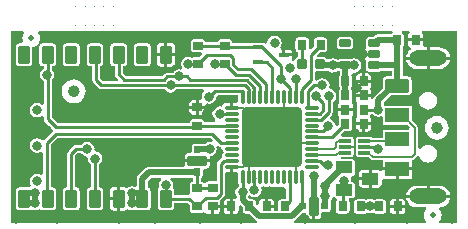
<source format=gtl>
%FSLAX24Y24*%
%MOIN*%
G70*
G01*
G75*
G04 Layer_Physical_Order=1*
G04 Layer_Color=255*
%ADD10C,0.0060*%
%ADD11C,0.0197*%
G04:AMPARAMS|DCode=12|XSize=55.1mil|YSize=39.4mil|CornerRadius=3mil|HoleSize=0mil|Usage=FLASHONLY|Rotation=0.000|XOffset=0mil|YOffset=0mil|HoleType=Round|Shape=RoundedRectangle|*
%AMROUNDEDRECTD12*
21,1,0.0551,0.0335,0,0,0.0*
21,1,0.0492,0.0394,0,0,0.0*
1,1,0.0059,0.0246,-0.0167*
1,1,0.0059,-0.0246,-0.0167*
1,1,0.0059,-0.0246,0.0167*
1,1,0.0059,0.0246,0.0167*
%
%ADD12ROUNDEDRECTD12*%
G04:AMPARAMS|DCode=13|XSize=31.5mil|YSize=23.6mil|CornerRadius=1.2mil|HoleSize=0mil|Usage=FLASHONLY|Rotation=90.000|XOffset=0mil|YOffset=0mil|HoleType=Round|Shape=RoundedRectangle|*
%AMROUNDEDRECTD13*
21,1,0.0315,0.0213,0,0,90.0*
21,1,0.0291,0.0236,0,0,90.0*
1,1,0.0024,0.0106,0.0146*
1,1,0.0024,0.0106,-0.0146*
1,1,0.0024,-0.0106,-0.0146*
1,1,0.0024,-0.0106,0.0146*
%
%ADD13ROUNDEDRECTD13*%
G04:AMPARAMS|DCode=14|XSize=19.7mil|YSize=19.7mil|CornerRadius=1mil|HoleSize=0mil|Usage=FLASHONLY|Rotation=90.000|XOffset=0mil|YOffset=0mil|HoleType=Round|Shape=RoundedRectangle|*
%AMROUNDEDRECTD14*
21,1,0.0197,0.0177,0,0,90.0*
21,1,0.0177,0.0197,0,0,90.0*
1,1,0.0020,0.0089,0.0089*
1,1,0.0020,0.0089,-0.0089*
1,1,0.0020,-0.0089,-0.0089*
1,1,0.0020,-0.0089,0.0089*
%
%ADD14ROUNDEDRECTD14*%
G04:AMPARAMS|DCode=15|XSize=19.7mil|YSize=19.7mil|CornerRadius=1mil|HoleSize=0mil|Usage=FLASHONLY|Rotation=180.000|XOffset=0mil|YOffset=0mil|HoleType=Round|Shape=RoundedRectangle|*
%AMROUNDEDRECTD15*
21,1,0.0197,0.0177,0,0,180.0*
21,1,0.0177,0.0197,0,0,180.0*
1,1,0.0020,-0.0089,0.0089*
1,1,0.0020,0.0089,0.0089*
1,1,0.0020,0.0089,-0.0089*
1,1,0.0020,-0.0089,-0.0089*
%
%ADD15ROUNDEDRECTD15*%
G04:AMPARAMS|DCode=16|XSize=15.7mil|YSize=19.7mil|CornerRadius=0mil|HoleSize=0mil|Usage=FLASHONLY|Rotation=90.000|XOffset=0mil|YOffset=0mil|HoleType=Round|Shape=Octagon|*
%AMOCTAGOND16*
4,1,8,-0.0098,-0.0039,-0.0098,0.0039,-0.0059,0.0079,0.0059,0.0079,0.0098,0.0039,0.0098,-0.0039,0.0059,-0.0079,-0.0059,-0.0079,-0.0098,-0.0039,0.0*
%
%ADD16OCTAGOND16*%

G04:AMPARAMS|DCode=17|XSize=31.5mil|YSize=23.6mil|CornerRadius=1.2mil|HoleSize=0mil|Usage=FLASHONLY|Rotation=0.000|XOffset=0mil|YOffset=0mil|HoleType=Round|Shape=RoundedRectangle|*
%AMROUNDEDRECTD17*
21,1,0.0315,0.0213,0,0,0.0*
21,1,0.0291,0.0236,0,0,0.0*
1,1,0.0024,0.0146,-0.0106*
1,1,0.0024,-0.0146,-0.0106*
1,1,0.0024,-0.0146,0.0106*
1,1,0.0024,0.0146,0.0106*
%
%ADD17ROUNDEDRECTD17*%
G04:AMPARAMS|DCode=18|XSize=15.7mil|YSize=19.7mil|CornerRadius=0mil|HoleSize=0mil|Usage=FLASHONLY|Rotation=0.000|XOffset=0mil|YOffset=0mil|HoleType=Round|Shape=Octagon|*
%AMOCTAGOND18*
4,1,8,-0.0039,0.0098,0.0039,0.0098,0.0079,0.0059,0.0079,-0.0059,0.0039,-0.0098,-0.0039,-0.0098,-0.0079,-0.0059,-0.0079,0.0059,-0.0039,0.0098,0.0*
%
%ADD18OCTAGOND18*%

G04:AMPARAMS|DCode=19|XSize=13.8mil|YSize=33.5mil|CornerRadius=0.7mil|HoleSize=0mil|Usage=FLASHONLY|Rotation=270.000|XOffset=0mil|YOffset=0mil|HoleType=Round|Shape=RoundedRectangle|*
%AMROUNDEDRECTD19*
21,1,0.0138,0.0321,0,0,270.0*
21,1,0.0124,0.0335,0,0,270.0*
1,1,0.0014,-0.0160,-0.0062*
1,1,0.0014,-0.0160,0.0062*
1,1,0.0014,0.0160,0.0062*
1,1,0.0014,0.0160,-0.0062*
%
%ADD19ROUNDEDRECTD19*%
G04:AMPARAMS|DCode=20|XSize=25.6mil|YSize=39.4mil|CornerRadius=2.6mil|HoleSize=0mil|Usage=FLASHONLY|Rotation=90.000|XOffset=0mil|YOffset=0mil|HoleType=Round|Shape=RoundedRectangle|*
%AMROUNDEDRECTD20*
21,1,0.0256,0.0343,0,0,90.0*
21,1,0.0205,0.0394,0,0,90.0*
1,1,0.0051,0.0171,0.0102*
1,1,0.0051,0.0171,-0.0102*
1,1,0.0051,-0.0171,-0.0102*
1,1,0.0051,-0.0171,0.0102*
%
%ADD20ROUNDEDRECTD20*%
G04:AMPARAMS|DCode=21|XSize=196.9mil|YSize=196.9mil|CornerRadius=9.8mil|HoleSize=0mil|Usage=FLASHONLY|Rotation=90.000|XOffset=0mil|YOffset=0mil|HoleType=Round|Shape=RoundedRectangle|*
%AMROUNDEDRECTD21*
21,1,0.1969,0.1772,0,0,90.0*
21,1,0.1772,0.1969,0,0,90.0*
1,1,0.0197,0.0886,0.0886*
1,1,0.0197,0.0886,-0.0886*
1,1,0.0197,-0.0886,-0.0886*
1,1,0.0197,-0.0886,0.0886*
%
%ADD21ROUNDEDRECTD21*%
G04:AMPARAMS|DCode=22|XSize=47.2mil|YSize=11.8mil|CornerRadius=5.9mil|HoleSize=0mil|Usage=FLASHONLY|Rotation=90.000|XOffset=0mil|YOffset=0mil|HoleType=Round|Shape=RoundedRectangle|*
%AMROUNDEDRECTD22*
21,1,0.0472,0.0000,0,0,90.0*
21,1,0.0354,0.0118,0,0,90.0*
1,1,0.0118,0.0000,0.0177*
1,1,0.0118,0.0000,-0.0177*
1,1,0.0118,0.0000,-0.0177*
1,1,0.0118,0.0000,0.0177*
%
%ADD22ROUNDEDRECTD22*%
G04:AMPARAMS|DCode=23|XSize=47.2mil|YSize=11.8mil|CornerRadius=5.9mil|HoleSize=0mil|Usage=FLASHONLY|Rotation=0.000|XOffset=0mil|YOffset=0mil|HoleType=Round|Shape=RoundedRectangle|*
%AMROUNDEDRECTD23*
21,1,0.0472,0.0000,0,0,0.0*
21,1,0.0354,0.0118,0,0,0.0*
1,1,0.0118,0.0177,0.0000*
1,1,0.0118,-0.0177,0.0000*
1,1,0.0118,-0.0177,0.0000*
1,1,0.0118,0.0177,0.0000*
%
%ADD23ROUNDEDRECTD23*%
G04:AMPARAMS|DCode=24|XSize=39mil|YSize=11.8mil|CornerRadius=0.9mil|HoleSize=0mil|Usage=FLASHONLY|Rotation=180.000|XOffset=0mil|YOffset=0mil|HoleType=Round|Shape=RoundedRectangle|*
%AMROUNDEDRECTD24*
21,1,0.0390,0.0100,0,0,180.0*
21,1,0.0372,0.0118,0,0,180.0*
1,1,0.0018,-0.0186,0.0050*
1,1,0.0018,0.0186,0.0050*
1,1,0.0018,0.0186,-0.0050*
1,1,0.0018,-0.0186,-0.0050*
%
%ADD24ROUNDEDRECTD24*%
G04:AMPARAMS|DCode=25|XSize=31.5mil|YSize=29.5mil|CornerRadius=3mil|HoleSize=0mil|Usage=FLASHONLY|Rotation=180.000|XOffset=0mil|YOffset=0mil|HoleType=Round|Shape=RoundedRectangle|*
%AMROUNDEDRECTD25*
21,1,0.0315,0.0236,0,0,180.0*
21,1,0.0256,0.0295,0,0,180.0*
1,1,0.0059,-0.0128,0.0118*
1,1,0.0059,0.0128,0.0118*
1,1,0.0059,0.0128,-0.0118*
1,1,0.0059,-0.0128,-0.0118*
%
%ADD25ROUNDEDRECTD25*%
G04:AMPARAMS|DCode=26|XSize=31.5mil|YSize=29.5mil|CornerRadius=3mil|HoleSize=0mil|Usage=FLASHONLY|Rotation=270.000|XOffset=0mil|YOffset=0mil|HoleType=Round|Shape=RoundedRectangle|*
%AMROUNDEDRECTD26*
21,1,0.0315,0.0236,0,0,270.0*
21,1,0.0256,0.0295,0,0,270.0*
1,1,0.0059,-0.0118,-0.0128*
1,1,0.0059,-0.0118,0.0128*
1,1,0.0059,0.0118,0.0128*
1,1,0.0059,0.0118,-0.0128*
%
%ADD26ROUNDEDRECTD26*%
G04:AMPARAMS|DCode=27|XSize=31.5mil|YSize=31.5mil|CornerRadius=3.2mil|HoleSize=0mil|Usage=FLASHONLY|Rotation=180.000|XOffset=0mil|YOffset=0mil|HoleType=Round|Shape=RoundedRectangle|*
%AMROUNDEDRECTD27*
21,1,0.0315,0.0252,0,0,180.0*
21,1,0.0252,0.0315,0,0,180.0*
1,1,0.0063,-0.0126,0.0126*
1,1,0.0063,0.0126,0.0126*
1,1,0.0063,0.0126,-0.0126*
1,1,0.0063,-0.0126,-0.0126*
%
%ADD27ROUNDEDRECTD27*%
G04:AMPARAMS|DCode=28|XSize=31.5mil|YSize=31.5mil|CornerRadius=3.2mil|HoleSize=0mil|Usage=FLASHONLY|Rotation=90.000|XOffset=0mil|YOffset=0mil|HoleType=Round|Shape=RoundedRectangle|*
%AMROUNDEDRECTD28*
21,1,0.0315,0.0252,0,0,90.0*
21,1,0.0252,0.0315,0,0,90.0*
1,1,0.0063,0.0126,0.0126*
1,1,0.0063,0.0126,-0.0126*
1,1,0.0063,-0.0126,-0.0126*
1,1,0.0063,-0.0126,0.0126*
%
%ADD28ROUNDEDRECTD28*%
G04:AMPARAMS|DCode=29|XSize=47.2mil|YSize=78.7mil|CornerRadius=3.5mil|HoleSize=0mil|Usage=FLASHONLY|Rotation=90.000|XOffset=0mil|YOffset=0mil|HoleType=Round|Shape=RoundedRectangle|*
%AMROUNDEDRECTD29*
21,1,0.0472,0.0717,0,0,90.0*
21,1,0.0402,0.0787,0,0,90.0*
1,1,0.0071,0.0358,0.0201*
1,1,0.0071,0.0358,-0.0201*
1,1,0.0071,-0.0358,-0.0201*
1,1,0.0071,-0.0358,0.0201*
%
%ADD29ROUNDEDRECTD29*%
G04:AMPARAMS|DCode=30|XSize=47.2mil|YSize=78.7mil|CornerRadius=0mil|HoleSize=0mil|Usage=FLASHONLY|Rotation=90.000|XOffset=0mil|YOffset=0mil|HoleType=Round|Shape=RoundedRectangle|*
%AMROUNDEDRECTD30*
21,1,0.0472,0.0787,0,0,90.0*
21,1,0.0472,0.0787,0,0,90.0*
1,1,0.0000,0.0394,0.0236*
1,1,0.0000,0.0394,-0.0236*
1,1,0.0000,-0.0394,-0.0236*
1,1,0.0000,-0.0394,0.0236*
%
%ADD30ROUNDEDRECTD30*%
G04:AMPARAMS|DCode=31|XSize=39.4mil|YSize=59.1mil|CornerRadius=3mil|HoleSize=0mil|Usage=FLASHONLY|Rotation=0.000|XOffset=0mil|YOffset=0mil|HoleType=Round|Shape=RoundedRectangle|*
%AMROUNDEDRECTD31*
21,1,0.0394,0.0532,0,0,0.0*
21,1,0.0335,0.0591,0,0,0.0*
1,1,0.0059,0.0167,-0.0266*
1,1,0.0059,-0.0167,-0.0266*
1,1,0.0059,-0.0167,0.0266*
1,1,0.0059,0.0167,0.0266*
%
%ADD31ROUNDEDRECTD31*%
%ADD32C,0.0080*%
%ADD33C,0.0100*%
G04:AMPARAMS|DCode=34|XSize=3.9mil|YSize=3.9mil|CornerRadius=0.3mil|HoleSize=0mil|Usage=FLASHONLY|Rotation=0.000|XOffset=0mil|YOffset=0mil|HoleType=Round|Shape=RoundedRectangle|*
%AMROUNDEDRECTD34*
21,1,0.0039,0.0033,0,0,0.0*
21,1,0.0033,0.0039,0,0,0.0*
1,1,0.0006,0.0017,-0.0017*
1,1,0.0006,-0.0017,-0.0017*
1,1,0.0006,-0.0017,0.0017*
1,1,0.0006,0.0017,0.0017*
%
%ADD34ROUNDEDRECTD34*%
%ADD35C,0.0197*%
%ADD36C,0.0315*%
%ADD37C,0.0039*%
%ADD38O,0.1260X0.0512*%
G36*
X12832Y6470D02*
X12796Y6446D01*
X12779Y6421D01*
X12333D01*
X12264Y6407D01*
X12205Y6368D01*
X12188Y6350D01*
X12043D01*
X12003Y6342D01*
X11968Y6319D01*
X11945Y6285D01*
X11937Y6244D01*
Y6039D01*
X11945Y5999D01*
X11957Y5981D01*
X11953Y5961D01*
X11925Y5919D01*
X11915Y5870D01*
Y5818D01*
X12215D01*
Y5718D01*
X11915D01*
Y5665D01*
X11925Y5616D01*
X11953Y5575D01*
X11957Y5554D01*
X11945Y5537D01*
X11937Y5496D01*
Y5291D01*
X11945Y5251D01*
X11968Y5216D01*
X12003Y5193D01*
X12043Y5185D01*
X12386D01*
X12427Y5193D01*
X12456Y5213D01*
X12811D01*
Y5025D01*
X12634D01*
X12589Y5016D01*
X12552Y4991D01*
X12526Y4953D01*
X12517Y4909D01*
Y4643D01*
X12234Y4360D01*
X12195Y4301D01*
X12190Y4276D01*
X12120Y4283D01*
Y4340D01*
X11620D01*
Y4262D01*
X11630Y4211D01*
X11659Y4168D01*
X11651Y4089D01*
X11650Y4088D01*
X11642Y4045D01*
Y3789D01*
X11650Y3747D01*
X11651Y3745D01*
X11659Y3666D01*
X11630Y3623D01*
X11620Y3573D01*
Y3495D01*
X12120D01*
Y3573D01*
X12110Y3623D01*
X12082Y3666D01*
X12089Y3745D01*
X12090Y3747D01*
X12098Y3786D01*
X12166D01*
X12192Y3747D01*
X12270Y3695D01*
X12362Y3676D01*
X12450Y3694D01*
X12465Y3693D01*
X12520Y3664D01*
Y3409D01*
X13324D01*
X13412Y3321D01*
X13383Y3251D01*
X12520D01*
Y2985D01*
X12141D01*
X12139Y2987D01*
X12110Y3007D01*
X12076Y3014D01*
X11704D01*
X11670Y3007D01*
X11641Y2987D01*
X11621Y2958D01*
X11614Y2924D01*
Y2836D01*
X11605Y2828D01*
X11576Y2818D01*
X11570Y2818D01*
X11535Y2839D01*
Y2924D01*
X11528Y2958D01*
X11509Y2987D01*
X11480Y3007D01*
X11446Y3014D01*
X11133D01*
X11104Y3084D01*
X11227Y3207D01*
X11378D01*
X11420Y3215D01*
X11456Y3239D01*
X11480Y3275D01*
X11488Y3317D01*
Y3573D01*
X11480Y3615D01*
X11479Y3617D01*
X11471Y3696D01*
X11500Y3739D01*
X11510Y3789D01*
Y3867D01*
X11010D01*
Y3789D01*
X11020Y3739D01*
X11048Y3696D01*
X11041Y3617D01*
X11040Y3615D01*
X11031Y3573D01*
Y3404D01*
X10992Y3372D01*
X10923Y3400D01*
X10911Y3458D01*
X10859Y3536D01*
X10781Y3589D01*
X10755Y3594D01*
X10732Y3670D01*
X10801Y3739D01*
X10830Y3782D01*
X10840Y3832D01*
Y4174D01*
X10879Y4200D01*
X10931Y4278D01*
X10950Y4370D01*
X10931Y4462D01*
X10879Y4540D01*
X10801Y4593D01*
X10774Y4598D01*
X10715Y4632D01*
X10733Y4724D01*
X10715Y4817D01*
X10662Y4895D01*
X10584Y4947D01*
X10492Y4965D01*
X10400Y4947D01*
X10322Y4895D01*
X10316Y4886D01*
X10249Y4910D01*
Y5163D01*
X10287Y5195D01*
X10539D01*
X10582Y5203D01*
X10597Y5213D01*
X10692D01*
X10754Y5171D01*
X10846Y5153D01*
X10939Y5171D01*
X11001Y5213D01*
X11008D01*
X11038Y5193D01*
X11069Y5187D01*
Y5072D01*
X11064Y5068D01*
X11040Y5032D01*
X11031Y4990D01*
Y4734D01*
X11040Y4692D01*
X11064Y4656D01*
Y4596D01*
X11040Y4560D01*
X11031Y4518D01*
Y4262D01*
X11040Y4220D01*
X11041Y4218D01*
X11048Y4139D01*
X11020Y4096D01*
X11010Y4045D01*
Y3967D01*
X11510D01*
Y4045D01*
X11500Y4096D01*
X11471Y4139D01*
X11479Y4218D01*
X11480Y4220D01*
X11488Y4262D01*
Y4518D01*
X11480Y4560D01*
X11456Y4596D01*
Y4656D01*
X11480Y4692D01*
X11488Y4734D01*
Y4990D01*
X11480Y5032D01*
X11456Y5068D01*
X11464Y5110D01*
X11534Y5157D01*
X11555Y5153D01*
X11647Y5171D01*
X11725Y5223D01*
X11778Y5302D01*
X11796Y5394D01*
X11778Y5486D01*
X11725Y5564D01*
X11647Y5616D01*
X11555Y5635D01*
X11463Y5616D01*
X11437Y5599D01*
X11421Y5602D01*
X11079D01*
X11038Y5594D01*
X11008Y5574D01*
X11001D01*
X10939Y5616D01*
X10846Y5635D01*
X10754Y5616D01*
X10717Y5591D01*
X10683Y5596D01*
X10638Y5610D01*
X10619Y5639D01*
X10582Y5663D01*
X10539Y5671D01*
X10326D01*
X10297Y5741D01*
X10400Y5844D01*
X10551D01*
X10593Y5853D01*
X10629Y5877D01*
X10653Y5912D01*
X10662Y5955D01*
Y6211D01*
X10653Y6253D01*
X10629Y6289D01*
X10593Y6313D01*
X10551Y6321D01*
X10315D01*
X10273Y6313D01*
X10237Y6289D01*
X10213Y6253D01*
X10205Y6211D01*
Y6020D01*
X10119Y5934D01*
X10078Y5947D01*
X10051Y5966D01*
Y6211D01*
X10043Y6253D01*
X10019Y6289D01*
X9983Y6313D01*
X9941Y6321D01*
X9705D01*
X9662Y6313D01*
X9627Y6289D01*
X9603Y6253D01*
X9594Y6211D01*
Y5955D01*
X9603Y5912D01*
X9627Y5877D01*
X9662Y5853D01*
X9692Y5847D01*
Y5670D01*
X9654Y5663D01*
X9617Y5639D01*
X9593Y5602D01*
X9589Y5584D01*
X9523Y5548D01*
X9488Y5562D01*
X9468Y5636D01*
X9474Y5644D01*
X9482Y5686D01*
Y5698D01*
X9213D01*
Y5748D01*
X9163D01*
Y5919D01*
X9111D01*
X9102Y5930D01*
X9080Y5989D01*
X9120Y6050D01*
X9138Y6142D01*
X9120Y6234D01*
X9068Y6312D01*
X8990Y6364D01*
X8898Y6383D01*
X8805Y6364D01*
X8727Y6312D01*
X8675Y6234D01*
X8659Y6155D01*
X8641Y6131D01*
X8594Y6098D01*
X8588Y6099D01*
X8569Y6128D01*
X8540Y6147D01*
X8507Y6153D01*
X8186D01*
X8153Y6147D01*
X8136Y6135D01*
X7482D01*
Y6171D01*
X7474Y6213D01*
X7450Y6249D01*
X7414Y6273D01*
X7372Y6282D01*
X7116D01*
X7074Y6273D01*
X7038Y6249D01*
X7014Y6213D01*
X7008Y6184D01*
X6574D01*
X6569Y6213D01*
X6545Y6249D01*
X6509Y6273D01*
X6467Y6282D01*
X6211D01*
X6168Y6273D01*
X6133Y6249D01*
X6109Y6213D01*
X6100Y6171D01*
Y5935D01*
X6109Y5893D01*
X6133Y5857D01*
X6168Y5833D01*
X6211Y5825D01*
X6436D01*
X6465Y5755D01*
X6381Y5671D01*
X6211D01*
X6168Y5663D01*
X6137Y5642D01*
X6116Y5656D01*
X6024Y5674D01*
X5931Y5656D01*
X5853Y5603D01*
X5801Y5525D01*
X5783Y5433D01*
X5801Y5341D01*
X5819Y5314D01*
X5777Y5251D01*
X5728Y5261D01*
X5636Y5242D01*
X5558Y5190D01*
X5532Y5151D01*
X5324D01*
X5273Y5141D01*
X5231Y5113D01*
X5153Y5034D01*
X3950D01*
X3832Y5153D01*
Y5372D01*
X3868D01*
X3910Y5380D01*
X3946Y5404D01*
X3970Y5440D01*
X3979Y5482D01*
Y6014D01*
X3970Y6056D01*
X3946Y6092D01*
X3910Y6116D01*
X3868Y6124D01*
X3533D01*
X3491Y6116D01*
X3455Y6092D01*
X3431Y6056D01*
X3423Y6014D01*
Y5482D01*
X3431Y5440D01*
X3455Y5404D01*
X3491Y5380D01*
X3533Y5372D01*
X3570D01*
Y5098D01*
X3580Y5048D01*
X3608Y5006D01*
X3693Y4920D01*
X3666Y4856D01*
X3184D01*
X3091Y4949D01*
Y5374D01*
X3123Y5380D01*
X3159Y5404D01*
X3183Y5440D01*
X3191Y5482D01*
Y6014D01*
X3183Y6056D01*
X3159Y6092D01*
X3123Y6116D01*
X3081Y6124D01*
X2746D01*
X2704Y6116D01*
X2668Y6092D01*
X2644Y6056D01*
X2636Y6014D01*
Y5482D01*
X2644Y5440D01*
X2668Y5404D01*
X2704Y5380D01*
X2746Y5372D01*
X2829D01*
Y4894D01*
X2839Y4844D01*
X2867Y4801D01*
X3037Y4632D01*
X3080Y4603D01*
X3130Y4593D01*
X5237D01*
X5263Y4554D01*
X5341Y4502D01*
X5433Y4484D01*
X5525Y4502D01*
X5603Y4554D01*
X5629Y4593D01*
X6525D01*
X6546Y4523D01*
X6542Y4521D01*
X6490Y4443D01*
X6472Y4350D01*
X6480Y4311D01*
X6469Y4291D01*
X6421Y4246D01*
X6369D01*
Y4046D01*
X6579D01*
Y4071D01*
X6588Y4084D01*
X6645Y4122D01*
X6647Y4123D01*
X6713Y4110D01*
X6805Y4128D01*
X6883Y4180D01*
X6935Y4258D01*
X6953Y4350D01*
X7010Y4414D01*
X7694D01*
Y4203D01*
X7662Y4146D01*
X7626Y4139D01*
X7530D01*
Y3976D01*
X7430D01*
Y4139D01*
X7303D01*
X7241Y4126D01*
X7188Y4091D01*
X7153Y4038D01*
X7147Y4005D01*
X7067Y4020D01*
X6975Y4002D01*
X6897Y3950D01*
X6844Y3872D01*
X6826Y3780D01*
X6844Y3687D01*
X6897Y3609D01*
X6930Y3587D01*
X6909Y3517D01*
X6555D01*
X6549Y3546D01*
X6525Y3582D01*
X6489Y3606D01*
X6447Y3614D01*
X6191D01*
X6149Y3606D01*
X6113Y3582D01*
X6089Y3546D01*
X6081Y3504D01*
Y3458D01*
X1669D01*
X1470Y3657D01*
Y4895D01*
X1489Y4908D01*
X1541Y4987D01*
X1560Y5079D01*
X1541Y5171D01*
X1489Y5249D01*
X1470Y5262D01*
Y5372D01*
X1506D01*
X1548Y5380D01*
X1584Y5404D01*
X1608Y5440D01*
X1616Y5482D01*
Y6014D01*
X1608Y6056D01*
X1584Y6092D01*
X1548Y6116D01*
X1506Y6124D01*
X1171D01*
X1129Y6116D01*
X1093Y6092D01*
X1069Y6056D01*
X1061Y6014D01*
Y5482D01*
X1069Y5440D01*
X1093Y5404D01*
X1129Y5380D01*
X1171Y5372D01*
X1207D01*
Y5288D01*
X1149Y5249D01*
X1096Y5171D01*
X1078Y5079D01*
X1096Y4987D01*
X1149Y4908D01*
X1207Y4869D01*
Y4110D01*
X1196Y4101D01*
X1137Y4079D01*
X1076Y4120D01*
X984Y4138D01*
X892Y4120D01*
X814Y4068D01*
X762Y3990D01*
X743Y3898D01*
X762Y3805D01*
X814Y3727D01*
X892Y3675D01*
X984Y3657D01*
X1076Y3675D01*
X1137Y3716D01*
X1196Y3694D01*
X1207Y3685D01*
Y3602D01*
X1217Y3552D01*
X1246Y3510D01*
X1490Y3266D01*
X1513Y3218D01*
X1489Y3171D01*
X1226Y2908D01*
X1225Y2907D01*
X1205Y2901D01*
X1138Y2898D01*
X1076Y2939D01*
X984Y2957D01*
X892Y2939D01*
X814Y2887D01*
X762Y2809D01*
X743Y2717D01*
X762Y2624D01*
X814Y2546D01*
X892Y2494D01*
X984Y2476D01*
X1076Y2494D01*
X1118Y2522D01*
X1188Y2484D01*
Y1768D01*
X1118Y1730D01*
X1076Y1758D01*
X984Y1776D01*
X892Y1758D01*
X814Y1706D01*
X762Y1628D01*
X743Y1535D01*
X762Y1443D01*
X787Y1405D01*
X782Y1376D01*
X719Y1321D01*
X656D01*
X650Y1322D01*
X643Y1321D01*
X384D01*
X342Y1313D01*
X306Y1289D01*
X282Y1253D01*
X273Y1211D01*
Y679D01*
X282Y637D01*
X306Y601D01*
X342Y577D01*
X384Y569D01*
X719D01*
X761Y577D01*
X793Y598D01*
X813Y585D01*
X906Y566D01*
X998Y585D01*
X1039Y612D01*
X1093Y601D01*
X1129Y577D01*
X1171Y569D01*
X1506D01*
X1548Y577D01*
X1584Y601D01*
X1608Y637D01*
X1616Y679D01*
Y1211D01*
X1608Y1253D01*
X1584Y1289D01*
X1548Y1313D01*
X1506Y1321D01*
X1450D01*
Y2761D01*
X1668Y2978D01*
X6512D01*
X6516Y2979D01*
X6748D01*
X6837Y2890D01*
X6802Y2825D01*
X6732Y2839D01*
X6640Y2821D01*
X6577Y2779D01*
X6319D01*
X6310Y2777D01*
X6230D01*
X6196Y2770D01*
X6166Y2751D01*
X6147Y2722D01*
X6140Y2687D01*
Y2607D01*
X6138Y2598D01*
X6140Y2590D01*
Y2510D01*
X6088Y2464D01*
X6016D01*
X5972Y2456D01*
X5935Y2431D01*
X5910Y2394D01*
X5902Y2350D01*
Y2255D01*
X6122D01*
Y2155D01*
X5902D01*
Y2059D01*
X5840Y2011D01*
X4724D01*
X4655Y1998D01*
X4597Y1958D01*
X4360Y1722D01*
X4321Y1664D01*
X4308Y1594D01*
Y1374D01*
X4238Y1337D01*
X4226Y1345D01*
X4134Y1363D01*
X4042Y1345D01*
X3977Y1301D01*
X3961Y1304D01*
X3919Y1333D01*
X3868Y1343D01*
X3751D01*
Y945D01*
Y547D01*
X3868D01*
X3919Y557D01*
X3961Y586D01*
X4022Y598D01*
X4042Y585D01*
X4134Y566D01*
X4226Y585D01*
X4247Y598D01*
X4279Y577D01*
X4321Y569D01*
X4656D01*
X4698Y577D01*
X4734Y601D01*
X4757Y637D01*
X4766Y679D01*
Y1211D01*
X4757Y1253D01*
X4734Y1289D01*
X4698Y1313D01*
X4669Y1318D01*
Y1520D01*
X4799Y1650D01*
X5102D01*
X5123Y1580D01*
X5105Y1568D01*
X5053Y1490D01*
X5035Y1398D01*
X5053Y1305D01*
X5053Y1304D01*
X5030Y1289D01*
X5006Y1253D01*
X4998Y1211D01*
Y679D01*
X5006Y637D01*
X5030Y601D01*
X5066Y577D01*
X5108Y569D01*
X5443D01*
X5485Y577D01*
X5521Y601D01*
X5545Y637D01*
X5553Y679D01*
Y814D01*
X6009D01*
X6081Y742D01*
Y571D01*
X6089Y529D01*
X6113Y493D01*
X6149Y469D01*
X6191Y460D01*
X6447D01*
X6489Y469D01*
X6521Y490D01*
X6529Y492D01*
X6604Y485D01*
X6609Y477D01*
X6652Y449D01*
X6703Y439D01*
X6781D01*
Y689D01*
X6831D01*
Y739D01*
X7091D01*
Y807D01*
X7081Y858D01*
X7064Y882D01*
X7078Y891D01*
X7210Y1023D01*
X7238Y1065D01*
X7248Y1116D01*
Y1483D01*
X7247Y1491D01*
Y1802D01*
X7301Y1846D01*
X7303Y1846D01*
X7430D01*
Y2008D01*
X7530D01*
Y1846D01*
X7626D01*
X7662Y1838D01*
X7694Y1782D01*
Y1476D01*
X7703Y1430D01*
Y1358D01*
X7664Y1332D01*
X7612Y1254D01*
X7594Y1161D01*
X7612Y1069D01*
X7654Y1007D01*
Y994D01*
X7584Y946D01*
X7569Y949D01*
X7501D01*
Y689D01*
Y429D01*
X7569D01*
X7619Y439D01*
X7662Y468D01*
X7691Y510D01*
X7701Y561D01*
Y695D01*
X7771Y724D01*
X7833Y662D01*
Y561D01*
X7841Y519D01*
X7865Y483D01*
X7901Y459D01*
X7943Y451D01*
X8044D01*
X8268Y227D01*
X8322Y190D01*
X8323Y185D01*
X8284Y120D01*
X120D01*
Y6540D01*
X511D01*
X546Y6470D01*
X529Y6448D01*
X500Y6376D01*
X490Y6299D01*
X500Y6222D01*
X511Y6194D01*
X465Y6124D01*
X384D01*
X342Y6116D01*
X306Y6092D01*
X282Y6056D01*
X273Y6014D01*
Y5482D01*
X282Y5440D01*
X306Y5404D01*
X342Y5380D01*
X384Y5372D01*
X719D01*
X761Y5380D01*
X797Y5404D01*
X820Y5440D01*
X829Y5482D01*
Y6007D01*
X864Y6012D01*
X936Y6041D01*
X998Y6089D01*
X1045Y6150D01*
X1075Y6222D01*
X1085Y6299D01*
X1075Y6376D01*
X1045Y6448D01*
X1029Y6470D01*
X1063Y6540D01*
X12822D01*
X12832Y6470D01*
D02*
G37*
G36*
X7024Y2702D02*
X7067Y2674D01*
X7105Y2666D01*
X7125Y2653D01*
X7163Y2598D01*
X7173Y2545D01*
X7203Y2500D01*
X7173Y2455D01*
X7163Y2402D01*
X7163Y2399D01*
X7154Y2326D01*
X7112Y2298D01*
X7023Y2208D01*
X6994Y2166D01*
X6984Y2115D01*
Y1549D01*
X6959Y1528D01*
X6703D01*
X6661Y1519D01*
X6625Y1495D01*
X6614Y1479D01*
X6603Y1476D01*
X6547D01*
X6536Y1479D01*
X6525Y1495D01*
X6489Y1519D01*
X6450Y1527D01*
Y1644D01*
X6471Y1659D01*
X6491Y1688D01*
X6498Y1722D01*
Y1861D01*
X6500Y1870D01*
X6499Y1875D01*
X6498Y1898D01*
Y1900D01*
X6549Y1945D01*
X6622D01*
X6666Y1954D01*
X6703Y1978D01*
X6727Y2015D01*
X6736Y2059D01*
Y2155D01*
X6516D01*
Y2255D01*
X6736D01*
Y2350D01*
X6742Y2360D01*
X6824Y2376D01*
X6903Y2428D01*
X6955Y2506D01*
X6973Y2598D01*
X6959Y2668D01*
X7024Y2703D01*
X7024Y2702D01*
D02*
G37*
G36*
X8765Y1347D02*
X8819Y1336D01*
X8873Y1347D01*
X8917Y1376D01*
X8962Y1347D01*
X9016Y1336D01*
X9070Y1347D01*
X9114Y1376D01*
X9159Y1347D01*
X9213Y1336D01*
X9278Y1278D01*
Y927D01*
X9124D01*
X9082Y919D01*
X9046Y895D01*
X9022Y859D01*
X9014Y817D01*
Y561D01*
X8992Y535D01*
X8903D01*
X8882Y561D01*
Y639D01*
X8632D01*
Y689D01*
X8582D01*
Y949D01*
X8514D01*
X8463Y939D01*
X8420Y910D01*
X8392Y867D01*
X8382Y817D01*
Y771D01*
X8312Y736D01*
X8290Y752D01*
Y817D01*
X8281Y859D01*
X8257Y895D01*
X8221Y919D01*
X8179Y927D01*
X8078D01*
X8015Y990D01*
Y1007D01*
X8022Y1016D01*
X8057Y1069D01*
X8111Y1034D01*
X8136Y1018D01*
X8228Y999D01*
X8321Y1018D01*
X8399Y1070D01*
X8451Y1148D01*
X8469Y1240D01*
X8451Y1332D01*
X8473Y1345D01*
X8479Y1347D01*
X8524Y1376D01*
X8568Y1347D01*
X8622Y1336D01*
X8676Y1347D01*
X8720Y1376D01*
X8765Y1347D01*
D02*
G37*
G36*
X14980Y120D02*
X14417D01*
X14396Y160D01*
X14389Y190D01*
X14431Y245D01*
X14461Y317D01*
X14471Y394D01*
X14461Y471D01*
X14431Y543D01*
X14389Y598D01*
X14389Y617D01*
X14412Y671D01*
X14483Y680D01*
X14569Y716D01*
X14644Y773D01*
X14701Y847D01*
X14737Y934D01*
X14742Y977D01*
X13289D01*
X13295Y934D01*
X13331Y847D01*
X13388Y773D01*
X13462Y716D01*
X13549Y680D01*
X13642Y668D01*
X13931D01*
X13952Y625D01*
X13958Y598D01*
X13915Y543D01*
X13886Y471D01*
X13875Y394D01*
X13886Y317D01*
X13915Y245D01*
X13957Y190D01*
X13950Y160D01*
X13929Y120D01*
X9580D01*
X9541Y185D01*
X9542Y190D01*
X9596Y227D01*
X9847Y478D01*
X9926Y471D01*
X9937Y459D01*
Y386D01*
X9946Y342D01*
X9971Y305D01*
X10008Y280D01*
X10051Y272D01*
X10147D01*
Y492D01*
X10247D01*
Y272D01*
X10343D01*
X10386Y280D01*
X10423Y305D01*
X10448Y342D01*
X10457Y386D01*
Y459D01*
X10502Y510D01*
X10504D01*
X10527Y509D01*
X10532Y508D01*
X10540Y510D01*
X10679D01*
X10714Y517D01*
X10743Y537D01*
X10763Y566D01*
X10769Y600D01*
Y739D01*
X10771Y748D01*
Y888D01*
X10813Y951D01*
X10820Y984D01*
X10894Y999D01*
X10896Y995D01*
X10932Y971D01*
X10956Y966D01*
X10975Y908D01*
X10975Y895D01*
X10951Y859D01*
X10943Y817D01*
Y561D01*
X10951Y519D01*
X10975Y483D01*
X11011Y459D01*
X11053Y451D01*
X11289D01*
X11332Y459D01*
X11367Y483D01*
X11391Y519D01*
X11400Y561D01*
Y817D01*
X11391Y859D01*
X11369Y892D01*
X11372Y908D01*
X11392Y962D01*
X11467D01*
X11509Y971D01*
X11545Y995D01*
X11569Y1031D01*
X11577Y1073D01*
Y1407D01*
X11569Y1450D01*
X11545Y1486D01*
X11509Y1509D01*
X11467Y1518D01*
X11460Y1526D01*
X11461Y1535D01*
X11443Y1628D01*
X11434Y1640D01*
X11467Y1710D01*
X11509Y1719D01*
X11545Y1743D01*
X11569Y1779D01*
X11577Y1821D01*
Y2156D01*
X11569Y2198D01*
X11545Y2234D01*
X11509Y2257D01*
X11467Y2266D01*
X11129D01*
X11102Y2336D01*
X11107Y2341D01*
X11446D01*
X11480Y2348D01*
X11509Y2367D01*
X11528Y2396D01*
X11535Y2430D01*
Y2516D01*
X11570Y2536D01*
X11576Y2536D01*
X11605Y2526D01*
X11614Y2518D01*
Y2430D01*
X11621Y2396D01*
X11641Y2367D01*
X11670Y2348D01*
X11704Y2341D01*
X12010D01*
X12097Y2254D01*
X12133Y2230D01*
X12176Y2221D01*
X12498D01*
Y2002D01*
X13486D01*
Y2224D01*
X13516Y2230D01*
X13552Y2254D01*
X13658Y2360D01*
X13680Y2362D01*
X13736Y2348D01*
X13758Y2295D01*
X13805Y2234D01*
X13867Y2186D01*
X13939Y2157D01*
X14016Y2146D01*
X14093Y2157D01*
X14165Y2186D01*
X14226Y2234D01*
X14274Y2295D01*
X14303Y2367D01*
X14314Y2444D01*
X14303Y2521D01*
X14274Y2593D01*
X14226Y2655D01*
X14165Y2702D01*
X14093Y2732D01*
X14016Y2742D01*
X13939Y2732D01*
X13867Y2702D01*
X13805Y2655D01*
X13764Y2601D01*
X13738Y2601D01*
X13694Y2620D01*
Y3307D01*
X13685Y3350D01*
X13661Y3385D01*
X13465Y3582D01*
Y4039D01*
X12565D01*
X12543Y4072D01*
Y4157D01*
X12776Y4391D01*
X13350D01*
X13395Y4400D01*
X13433Y4425D01*
X13458Y4463D01*
X13467Y4507D01*
Y4909D01*
X13458Y4953D01*
X13433Y4991D01*
X13395Y5016D01*
X13350Y5025D01*
X13173D01*
Y5394D01*
Y6024D01*
X13188Y6034D01*
X13212Y6070D01*
X13221Y6112D01*
Y6368D01*
X13212Y6410D01*
X13188Y6446D01*
X13152Y6470D01*
X13162Y6540D01*
X13382D01*
X13403Y6470D01*
X13391Y6461D01*
X13362Y6419D01*
X13352Y6368D01*
Y6290D01*
X13853D01*
Y6368D01*
X13842Y6419D01*
X13814Y6461D01*
X13802Y6470D01*
X13823Y6540D01*
X14980D01*
Y120D01*
D02*
G37*
G36*
X6188Y1644D02*
Y1527D01*
X6149Y1519D01*
X6113Y1495D01*
X6089Y1460D01*
X6081Y1417D01*
Y1181D01*
X6089Y1139D01*
X6081Y1120D01*
X6047Y1076D01*
X5553D01*
Y1211D01*
X5545Y1253D01*
X5521Y1289D01*
X5498Y1304D01*
X5498Y1305D01*
X5516Y1398D01*
X5498Y1490D01*
X5446Y1568D01*
X5428Y1580D01*
X5449Y1650D01*
X6179D01*
X6188Y1644D01*
D02*
G37*
%LPC*%
G36*
X14390Y1386D02*
X14066D01*
Y1077D01*
X14742D01*
X14737Y1120D01*
X14701Y1206D01*
X14644Y1281D01*
X14569Y1338D01*
X14483Y1374D01*
X14390Y1386D01*
D02*
G37*
G36*
X3651Y1343D02*
X3533D01*
X3483Y1333D01*
X3440Y1304D01*
X3411Y1261D01*
X3401Y1211D01*
Y995D01*
X3651D01*
Y1343D01*
D02*
G37*
G36*
X13966Y1386D02*
X13642D01*
X13549Y1374D01*
X13462Y1338D01*
X13388Y1281D01*
X13331Y1206D01*
X13295Y1120D01*
X13289Y1077D01*
X13966D01*
Y1386D01*
D02*
G37*
G36*
X12037Y1914D02*
X11841D01*
X11790Y1904D01*
X11747Y1875D01*
X11719Y1832D01*
X11708Y1781D01*
Y1664D01*
X12037D01*
Y1914D01*
D02*
G37*
G36*
X14311Y3704D02*
X14208Y3691D01*
X14112Y3651D01*
X14030Y3588D01*
X13967Y3506D01*
X13927Y3410D01*
X13914Y3307D01*
X13927Y3204D01*
X13967Y3109D01*
X14030Y3026D01*
X14112Y2963D01*
X14208Y2924D01*
X14311Y2910D01*
X14414Y2924D01*
X14510Y2963D01*
X14592Y3026D01*
X14655Y3109D01*
X14695Y3204D01*
X14708Y3307D01*
X14695Y3410D01*
X14655Y3506D01*
X14592Y3588D01*
X14510Y3651D01*
X14414Y3691D01*
X14311Y3704D01*
D02*
G37*
G36*
X13486Y1902D02*
X13042D01*
Y1616D01*
X13486D01*
Y1902D01*
D02*
G37*
G36*
X12037Y1564D02*
X11708D01*
Y1447D01*
X11719Y1396D01*
X11747Y1353D01*
X11790Y1325D01*
X11841Y1315D01*
X12037D01*
Y1564D01*
D02*
G37*
G36*
X12333Y1914D02*
X12137D01*
Y1614D01*
Y1315D01*
X12333D01*
X12383Y1325D01*
X12426Y1353D01*
X12455Y1396D01*
X12465Y1447D01*
Y1560D01*
X12498Y1616D01*
X12535Y1616D01*
X12942D01*
Y1902D01*
X12498D01*
Y1893D01*
X12428Y1871D01*
X12426Y1875D01*
X12383Y1904D01*
X12333Y1914D01*
D02*
G37*
G36*
X7091Y639D02*
X6881D01*
Y439D01*
X6959D01*
X7009Y449D01*
X7052Y477D01*
X7081Y520D01*
X7091Y571D01*
Y639D01*
D02*
G37*
G36*
X3651Y895D02*
X3401D01*
Y679D01*
X3411Y629D01*
X3440Y586D01*
X3483Y557D01*
X3533Y547D01*
X3651D01*
Y895D01*
D02*
G37*
G36*
X13252Y639D02*
X13052D01*
Y429D01*
X13120D01*
X13171Y439D01*
X13213Y468D01*
X13242Y510D01*
X13252Y561D01*
Y639D01*
D02*
G37*
G36*
X7401D02*
X7201D01*
Y561D01*
X7211Y510D01*
X7239Y468D01*
X7282Y439D01*
X7333Y429D01*
X7401D01*
Y639D01*
D02*
G37*
G36*
X12952D02*
X12752D01*
Y561D01*
X12762Y510D01*
X12790Y468D01*
X12833Y439D01*
X12884Y429D01*
X12952D01*
Y639D01*
D02*
G37*
G36*
X2657Y2839D02*
X2565Y2821D01*
X2487Y2769D01*
X2461Y2730D01*
X2283D01*
X2233Y2720D01*
X2191Y2691D01*
X2033Y2534D01*
X2005Y2491D01*
X1995Y2441D01*
Y1321D01*
X1959D01*
X1916Y1313D01*
X1881Y1289D01*
X1857Y1253D01*
X1848Y1211D01*
Y679D01*
X1857Y637D01*
X1881Y601D01*
X1916Y577D01*
X1959Y569D01*
X2293D01*
X2336Y577D01*
X2371Y601D01*
X2395Y637D01*
X2404Y679D01*
Y1211D01*
X2395Y1253D01*
X2371Y1289D01*
X2336Y1313D01*
X2293Y1321D01*
X2257D01*
Y2387D01*
X2338Y2467D01*
X2461D01*
X2487Y2428D01*
X2565Y2376D01*
X2625Y2364D01*
X2675Y2295D01*
X2673Y2283D01*
X2691Y2191D01*
X2743Y2113D01*
X2782Y2087D01*
Y1321D01*
X2746D01*
X2704Y1313D01*
X2668Y1289D01*
X2644Y1253D01*
X2636Y1211D01*
Y679D01*
X2644Y637D01*
X2668Y601D01*
X2704Y577D01*
X2746Y569D01*
X3081D01*
X3123Y577D01*
X3159Y601D01*
X3183Y637D01*
X3191Y679D01*
Y1211D01*
X3183Y1253D01*
X3159Y1289D01*
X3123Y1313D01*
X3081Y1321D01*
X3045D01*
Y2087D01*
X3084Y2113D01*
X3136Y2191D01*
X3154Y2283D01*
X3136Y2376D01*
X3084Y2454D01*
X3006Y2506D01*
X2945Y2518D01*
X2896Y2587D01*
X2898Y2598D01*
X2880Y2691D01*
X2828Y2769D01*
X2750Y2821D01*
X2657Y2839D01*
D02*
G37*
G36*
X13120Y949D02*
X13052D01*
Y739D01*
X13252D01*
Y817D01*
X13242Y867D01*
X13213Y910D01*
X13171Y939D01*
X13120Y949D01*
D02*
G37*
G36*
X12087Y950D02*
X11994Y931D01*
X11959Y907D01*
X11942Y919D01*
X11900Y927D01*
X11663D01*
X11621Y919D01*
X11585Y895D01*
X11561Y859D01*
X11553Y817D01*
Y561D01*
X11561Y519D01*
X11585Y483D01*
X11621Y459D01*
X11663Y451D01*
X11900D01*
X11942Y459D01*
X11978Y483D01*
X11994Y486D01*
X11994Y486D01*
X12087Y468D01*
X12179Y486D01*
X12179Y486D01*
X12196Y483D01*
X12231Y459D01*
X12274Y451D01*
X12510D01*
X12552Y459D01*
X12588Y483D01*
X12612Y519D01*
X12620Y561D01*
Y817D01*
X12612Y859D01*
X12588Y895D01*
X12552Y919D01*
X12510Y927D01*
X12274D01*
X12231Y919D01*
X12214Y907D01*
X12179Y931D01*
X12087Y950D01*
D02*
G37*
G36*
X12952Y949D02*
X12884D01*
X12833Y939D01*
X12790Y910D01*
X12762Y867D01*
X12752Y817D01*
Y739D01*
X12952D01*
Y949D01*
D02*
G37*
G36*
X7401D02*
X7333D01*
X7282Y939D01*
X7239Y910D01*
X7211Y867D01*
X7201Y817D01*
Y739D01*
X7401D01*
Y949D01*
D02*
G37*
G36*
X8750D02*
X8682D01*
Y739D01*
X8882D01*
Y817D01*
X8872Y867D01*
X8843Y910D01*
X8801Y939D01*
X8750Y949D01*
D02*
G37*
G36*
X2293Y6124D02*
X1959D01*
X1916Y6116D01*
X1881Y6092D01*
X1857Y6056D01*
X1848Y6014D01*
Y5482D01*
X1857Y5440D01*
X1881Y5404D01*
X1916Y5380D01*
X1959Y5372D01*
X2293D01*
X2336Y5380D01*
X2371Y5404D01*
X2395Y5440D01*
X2404Y5482D01*
Y6014D01*
X2395Y6056D01*
X2371Y6092D01*
X2336Y6116D01*
X2293Y6124D01*
D02*
G37*
G36*
X4656D02*
X4321D01*
X4279Y6116D01*
X4243Y6092D01*
X4219Y6056D01*
X4210Y6014D01*
Y5482D01*
X4219Y5440D01*
X4243Y5404D01*
X4279Y5380D01*
X4321Y5372D01*
X4656D01*
X4698Y5380D01*
X4734Y5404D01*
X4757Y5440D01*
X4766Y5482D01*
Y6014D01*
X4757Y6056D01*
X4734Y6092D01*
X4698Y6116D01*
X4656Y6124D01*
D02*
G37*
G36*
X5575Y5698D02*
X5326D01*
Y5350D01*
X5443D01*
X5493Y5360D01*
X5536Y5389D01*
X5565Y5432D01*
X5575Y5482D01*
Y5698D01*
D02*
G37*
G36*
X14742Y5583D02*
X14066D01*
Y5274D01*
X14390D01*
X14483Y5286D01*
X14569Y5322D01*
X14644Y5379D01*
X14701Y5454D01*
X14737Y5540D01*
X14742Y5583D01*
D02*
G37*
G36*
X5226Y5698D02*
X4976D01*
Y5482D01*
X4986Y5432D01*
X5015Y5389D01*
X5058Y5360D01*
X5108Y5350D01*
X5226D01*
Y5698D01*
D02*
G37*
G36*
X13853Y6190D02*
X13352D01*
Y6112D01*
X13362Y6062D01*
X13391Y6019D01*
X13420Y6000D01*
X13431Y5944D01*
X13430Y5919D01*
X13388Y5887D01*
X13331Y5813D01*
X13295Y5726D01*
X13289Y5683D01*
X13966D01*
Y5992D01*
X13880D01*
X13842Y6062D01*
X13853Y6112D01*
Y6190D01*
D02*
G37*
G36*
X5443Y6146D02*
X5326D01*
Y5798D01*
X5575D01*
Y6014D01*
X5565Y6064D01*
X5536Y6107D01*
X5493Y6136D01*
X5443Y6146D01*
D02*
G37*
G36*
X11421Y6350D02*
X11079D01*
X11038Y6342D01*
X11004Y6319D01*
X10980Y6285D01*
X10972Y6244D01*
Y6039D01*
X10980Y5999D01*
X11004Y5964D01*
X11038Y5941D01*
X11079Y5933D01*
X11421D01*
X11462Y5941D01*
X11496Y5964D01*
X11520Y5999D01*
X11528Y6039D01*
Y6244D01*
X11520Y6285D01*
X11496Y6319D01*
X11462Y6342D01*
X11421Y6350D01*
D02*
G37*
G36*
X5226Y6146D02*
X5108D01*
X5058Y6136D01*
X5015Y6107D01*
X4986Y6064D01*
X4976Y6014D01*
Y5798D01*
X5226D01*
Y6146D01*
D02*
G37*
G36*
X14390Y5992D02*
X14066D01*
Y5683D01*
X14742D01*
X14737Y5726D01*
X14701Y5813D01*
X14644Y5887D01*
X14569Y5944D01*
X14483Y5980D01*
X14390Y5992D01*
D02*
G37*
G36*
X9373Y5919D02*
X9263D01*
Y5798D01*
X9482D01*
Y5810D01*
X9474Y5852D01*
X9450Y5887D01*
X9415Y5911D01*
X9373Y5919D01*
D02*
G37*
G36*
X6579Y3946D02*
X6369D01*
Y3746D01*
X6447D01*
X6497Y3756D01*
X6540Y3785D01*
X6569Y3827D01*
X6579Y3878D01*
Y3946D01*
D02*
G37*
G36*
X14016Y4514D02*
X13939Y4503D01*
X13867Y4474D01*
X13805Y4426D01*
X13758Y4365D01*
X13728Y4293D01*
X13718Y4216D01*
X13728Y4139D01*
X13758Y4067D01*
X13805Y4005D01*
X13867Y3958D01*
X13939Y3928D01*
X14016Y3918D01*
X14093Y3928D01*
X14165Y3958D01*
X14226Y4005D01*
X14274Y4067D01*
X14303Y4139D01*
X14314Y4216D01*
X14303Y4293D01*
X14274Y4365D01*
X14226Y4426D01*
X14165Y4474D01*
X14093Y4503D01*
X14016Y4514D01*
D02*
G37*
G36*
X6269Y3946D02*
X6059D01*
Y3878D01*
X6069Y3827D01*
X6098Y3785D01*
X6140Y3756D01*
X6191Y3746D01*
X6269D01*
Y3946D01*
D02*
G37*
G36*
X11820Y3395D02*
X11620D01*
Y3317D01*
X11630Y3266D01*
X11659Y3224D01*
X11701Y3195D01*
X11752Y3185D01*
X11820D01*
Y3395D01*
D02*
G37*
G36*
X12120D02*
X11920D01*
Y3185D01*
X11988D01*
X12039Y3195D01*
X12082Y3224D01*
X12110Y3266D01*
X12120Y3317D01*
Y3395D01*
D02*
G37*
G36*
X6269Y4246D02*
X6191D01*
X6140Y4236D01*
X6098Y4208D01*
X6069Y4165D01*
X6059Y4114D01*
Y4046D01*
X6269D01*
Y4246D01*
D02*
G37*
G36*
X11988Y5122D02*
X11920D01*
Y4912D01*
X12120D01*
Y4990D01*
X12110Y5041D01*
X12082Y5084D01*
X12039Y5112D01*
X11988Y5122D01*
D02*
G37*
G36*
X13966Y5583D02*
X13289D01*
X13295Y5540D01*
X13331Y5454D01*
X13388Y5379D01*
X13462Y5322D01*
X13549Y5286D01*
X13642Y5274D01*
X13966D01*
Y5583D01*
D02*
G37*
G36*
X11820Y5122D02*
X11752D01*
X11701Y5112D01*
X11659Y5084D01*
X11630Y5041D01*
X11620Y4990D01*
Y4912D01*
X11820D01*
Y5122D01*
D02*
G37*
G36*
X2205Y4925D02*
X2102Y4911D01*
X2006Y4871D01*
X1924Y4808D01*
X1861Y4726D01*
X1821Y4630D01*
X1808Y4528D01*
X1821Y4425D01*
X1861Y4329D01*
X1924Y4247D01*
X2006Y4184D01*
X2102Y4144D01*
X2205Y4130D01*
X2307Y4144D01*
X2403Y4184D01*
X2486Y4247D01*
X2549Y4329D01*
X2588Y4425D01*
X2602Y4528D01*
X2588Y4630D01*
X2549Y4726D01*
X2486Y4808D01*
X2403Y4871D01*
X2307Y4911D01*
X2205Y4925D01*
D02*
G37*
G36*
X12120Y4812D02*
X11620D01*
Y4734D01*
X11630Y4684D01*
X11659Y4641D01*
Y4611D01*
X11630Y4568D01*
X11620Y4518D01*
Y4440D01*
X12120D01*
Y4518D01*
X12110Y4568D01*
X12082Y4611D01*
Y4641D01*
X12110Y4684D01*
X12120Y4734D01*
Y4812D01*
D02*
G37*
%LPD*%
D10*
X10163Y2431D02*
G03*
X10157Y2402I73J-29D01*
G01*
X10163Y2431D02*
G03*
X10192Y2402I29J0D01*
G01*
X12176Y2332D02*
X13474D01*
X12028Y2480D02*
X12176Y2332D01*
X11890Y2480D02*
X12028D01*
X10157Y2598D02*
X10886D01*
X13583Y2441D02*
Y3307D01*
X13474Y2332D02*
X13583Y2441D01*
X12992Y3724D02*
X13166D01*
X13583Y3307D01*
X12930Y2874D02*
X12992Y2936D01*
X11890Y2874D02*
X12930D01*
X11024D02*
X11260D01*
X10945Y2402D02*
X11024Y2480D01*
X11260D01*
X10886Y2598D02*
X10956Y2669D01*
Y2807D01*
X11024Y2874D01*
X10192Y2402D02*
X10945D01*
D11*
X2303Y4528D02*
G03*
X2303Y4528I-98J0D01*
G01*
X14409Y3307D02*
G03*
X14409Y3307I-98J0D01*
G01*
X12087Y709D02*
X12392D01*
X12067D02*
X12087Y728D01*
X11782Y709D02*
X12067D01*
X10453Y5394D02*
X11250D01*
X6319Y2598D02*
X6732D01*
X10532Y689D02*
X10591Y748D01*
X11181Y1988D02*
X11220D01*
X10591Y1398D02*
X11181Y1988D01*
X10591Y1378D02*
Y1398D01*
X4488Y945D02*
X4488Y945D01*
X10591Y748D02*
Y1043D01*
Y1378D01*
X12362Y3917D02*
Y4232D01*
X12838Y4708D01*
X10413Y5433D02*
X10453Y5394D01*
X4488Y945D02*
Y1594D01*
X7835Y915D02*
Y1161D01*
Y915D02*
X8061Y689D01*
X12067Y709D02*
X12087D01*
X11260Y4390D02*
Y4862D01*
X11250Y4872D02*
X11260Y4862D01*
X12838Y4708D02*
X12992D01*
X12333Y6240D02*
X12992D01*
X12234Y6142D02*
X12333Y6240D01*
X12992Y5394D02*
Y6240D01*
Y4708D02*
Y5394D01*
X12992Y5394D02*
X12992Y5394D01*
X12234Y5394D02*
X12992D01*
X8061Y689D02*
X8396Y354D01*
X9469D01*
X9803Y689D01*
X11250Y4872D02*
Y5394D01*
X4488Y1594D02*
X4724Y1831D01*
X6280D01*
X11250Y5394D02*
X11250Y5394D01*
X906Y807D02*
Y1122D01*
X689Y807D02*
X906D01*
X551Y945D02*
X689Y807D01*
X669Y1122D02*
X906D01*
X650Y1142D02*
X669Y1122D01*
X4134Y807D02*
Y1122D01*
Y807D02*
X4350D01*
X4488Y945D01*
X4134Y1122D02*
X4331D01*
X4350Y1142D01*
X11250Y5394D02*
X11555D01*
X10197Y689D02*
X10197Y689D01*
X10197Y689D02*
Y1713D01*
X6280Y1831D02*
X6319Y1870D01*
D12*
X11220Y1240D02*
D03*
X12087Y1614D02*
D03*
X11220Y1988D02*
D03*
D13*
X6319Y2205D02*
D03*
X6122D02*
D03*
X6516D02*
D03*
D14*
X6319Y2598D02*
D03*
X9803Y689D02*
D03*
D15*
X6319Y1811D02*
D03*
X10591Y689D02*
D03*
D16*
X6319Y2520D02*
D03*
Y1890D02*
D03*
D17*
X10197Y689D02*
D03*
Y886D02*
D03*
Y492D02*
D03*
D18*
X10512Y689D02*
D03*
X9882D02*
D03*
D19*
X8346Y6004D02*
D03*
Y5492D02*
D03*
X9213Y5748D02*
D03*
D20*
X11250Y5394D02*
D03*
Y6142D02*
D03*
X12215D02*
D03*
Y5768D02*
D03*
Y5394D02*
D03*
D21*
X8819Y2992D02*
D03*
D22*
X9803Y1654D02*
D03*
X9606D02*
D03*
X9409D02*
D03*
X9213D02*
D03*
X9016Y1654D02*
D03*
X8819D02*
D03*
X8622Y1654D02*
D03*
X8425D02*
D03*
X8228D02*
D03*
X8031Y1654D02*
D03*
X7835D02*
D03*
Y4331D02*
D03*
X8031D02*
D03*
X8228Y4331D02*
D03*
X8425D02*
D03*
X8622D02*
D03*
X8819Y4331D02*
D03*
X9016D02*
D03*
X9213Y4331D02*
D03*
X9409D02*
D03*
X9606D02*
D03*
X9803D02*
D03*
D23*
X7480Y2008D02*
D03*
Y2205D02*
D03*
X7480Y2402D02*
D03*
Y2598D02*
D03*
X7480Y2795D02*
D03*
Y2992D02*
D03*
Y3189D02*
D03*
X7480Y3386D02*
D03*
Y3583D02*
D03*
X7480Y3780D02*
D03*
Y3976D02*
D03*
X10157Y3976D02*
D03*
Y3780D02*
D03*
Y3583D02*
D03*
Y3386D02*
D03*
Y3189D02*
D03*
Y2992D02*
D03*
Y2795D02*
D03*
Y2598D02*
D03*
Y2402D02*
D03*
Y2205D02*
D03*
Y2008D02*
D03*
D24*
X11890Y2480D02*
D03*
X11890Y2874D02*
D03*
X11260D02*
D03*
Y2480D02*
D03*
Y2677D02*
D03*
X11890D02*
D03*
D25*
X6319Y689D02*
D03*
Y1299D02*
D03*
Y3386D02*
D03*
Y3996D02*
D03*
X6339Y6053D02*
D03*
Y5443D02*
D03*
X7244Y6053D02*
D03*
Y5443D02*
D03*
X6831Y1299D02*
D03*
Y689D02*
D03*
D26*
X11782D02*
D03*
X11171D02*
D03*
X9823Y6083D02*
D03*
X10433D02*
D03*
X11260Y4862D02*
D03*
X11870D02*
D03*
X11260Y4390D02*
D03*
X11870D02*
D03*
Y3917D02*
D03*
X11260D02*
D03*
X12992Y6240D02*
D03*
X13602D02*
D03*
X12392Y689D02*
D03*
X13002D02*
D03*
X11260Y3445D02*
D03*
X11870D02*
D03*
X9242Y689D02*
D03*
X8632D02*
D03*
X8061D02*
D03*
X7451D02*
D03*
D27*
X9823Y5433D02*
D03*
D28*
X10413D02*
D03*
D29*
X12992Y4708D02*
D03*
D30*
Y3724D02*
D03*
Y2936D02*
D03*
Y1952D02*
D03*
D31*
X551Y5748D02*
D03*
X1339D02*
D03*
X2126D02*
D03*
X2913D02*
D03*
X3701D02*
D03*
X4488D02*
D03*
X5276D02*
D03*
Y945D02*
D03*
X4488D02*
D03*
X3701D02*
D03*
X2913D02*
D03*
X2126D02*
D03*
X1339D02*
D03*
X551D02*
D03*
D32*
X11574Y2462D02*
X11575Y2461D01*
X11574Y2462D02*
Y2659D01*
X11555Y2677D02*
X11574Y2659D01*
X11575Y2697D02*
Y3012D01*
X11555Y2677D02*
X11575Y2697D01*
X11260Y2677D02*
X11555D01*
X8031Y1654D02*
Y2205D01*
X8819Y2992D01*
X9606Y1654D02*
Y2205D01*
X9016Y2795D02*
X10157D01*
X9016D02*
X9606Y2205D01*
X9213Y3386D02*
Y4331D01*
X7480Y3976D02*
Y3976D01*
X7835Y3976D02*
X8819Y2992D01*
X7480Y3976D02*
X7835D01*
X8819Y2992D02*
X9213Y3386D01*
X8819Y2992D02*
X9016Y2795D01*
X7480Y2008D02*
Y2009D01*
X7835D02*
X8031Y2205D01*
X7480Y2009D02*
X7835D01*
D33*
X11171Y1191D02*
X11220Y1240D01*
X11171Y689D02*
Y1191D01*
X2913Y945D02*
Y2283D01*
X3701Y5098D02*
Y5748D01*
X8228Y1240D02*
Y1654D01*
X7067Y3780D02*
X7067Y3780D01*
X7480D01*
X9409Y4331D02*
Y4646D01*
X12283Y2677D02*
X12362Y2598D01*
X11890Y2677D02*
X12283D01*
X11870Y3917D02*
X12362D01*
X10512Y3189D02*
X10689Y3366D01*
X10522Y3899D02*
Y4143D01*
X10403Y3780D02*
X10522Y3899D01*
X10157Y3780D02*
X10403D01*
X6319Y1870D02*
Y1890D01*
Y1811D02*
Y1870D01*
X5276Y945D02*
X6063D01*
X6319Y689D01*
X6614Y984D01*
X6986D01*
X7117Y1116D01*
X7205Y2205D02*
X7480D01*
X7115Y2115D02*
X7205Y2205D01*
X7115Y1484D02*
Y2115D01*
Y1484D02*
X7117Y1483D01*
Y1116D02*
Y1483D01*
X6831Y1299D02*
X6870D01*
X6319D02*
X6831D01*
X7835Y1161D02*
Y1654D01*
X2913Y945D02*
X2933Y965D01*
X10412Y2196D02*
X10541Y2067D01*
X6319Y3386D02*
X7480D01*
X8228Y1654D02*
X8237Y1644D01*
X10118Y4910D02*
Y5748D01*
X9803Y4595D02*
X10118Y4910D01*
X6319Y1299D02*
Y1811D01*
X7117Y2795D02*
X7480D01*
X2126Y945D02*
X2146D01*
X1319Y965D02*
X1339Y945D01*
X9803Y4331D02*
Y4595D01*
X10118Y5748D02*
X10433Y6063D01*
Y6083D01*
X9823D02*
X9823Y6083D01*
Y5433D02*
Y6083D01*
X10167Y2196D02*
X10412D01*
X10157Y3189D02*
X10512D01*
X10157Y2992D02*
X10827D01*
X9803Y1654D02*
X9803Y1654D01*
X9409Y856D02*
Y1654D01*
X9242Y689D02*
X9409Y856D01*
X11260Y3425D02*
Y3445D01*
X10827Y2992D02*
X11260Y3425D01*
X10541Y2067D02*
X10689D01*
X10157Y2205D02*
X10167Y2196D01*
X6339Y5443D02*
X6644Y5748D01*
X6339Y6053D02*
X7244D01*
X7293Y6004D02*
X8346D01*
X7244Y6053D02*
X7293Y6004D01*
X6909Y5433D02*
X7234D01*
X7244Y5443D01*
X6024Y5433D02*
X6329D01*
X6339Y5443D01*
X9606Y4331D02*
Y4941D01*
X9606Y4941D01*
X9114D02*
X9409Y4646D01*
X9114Y4941D02*
Y5354D01*
X5276Y945D02*
X5335Y1004D01*
X2126Y945D02*
Y2441D01*
X2283Y2598D01*
X2657D01*
X5276Y945D02*
Y1063D01*
Y1398D01*
X5256Y1083D02*
X5276Y1063D01*
X6713Y4350D02*
X6908Y4546D01*
X3701Y5098D02*
X3896Y4903D01*
X5965Y5020D02*
X6081Y4903D01*
X5728Y5020D02*
X5965D01*
X3896Y4903D02*
X5207D01*
X5324Y5020D01*
X5728D01*
X3130Y4724D02*
X5433D01*
X2960Y4894D02*
X3130Y4724D01*
X2913Y5748D02*
X2960Y5701D01*
Y4894D02*
Y5701D01*
X7244Y5443D02*
X7605Y5082D01*
X7530Y5409D02*
Y5627D01*
Y5409D02*
X7679Y5261D01*
X6644Y5748D02*
X7409D01*
X7530Y5627D01*
X6908Y4546D02*
X7817D01*
X7835Y4528D01*
Y4331D02*
Y4528D01*
X8031Y4331D02*
Y4596D01*
X5433Y4724D02*
X7903D01*
X8031Y4596D01*
X8228Y4331D02*
Y4652D01*
X6081Y4903D02*
X7977D01*
X8228Y4652D01*
X8425Y4331D02*
Y4708D01*
X7605Y5082D02*
X8051D01*
X8425Y4708D01*
X8622Y4331D02*
Y4764D01*
X7679Y5261D02*
X8125D01*
X8622Y4764D01*
X8346Y5492D02*
X8642D01*
X8819Y5315D01*
Y4331D02*
Y5315D01*
X10295Y4370D02*
X10522Y4143D01*
X10709Y3832D02*
Y4370D01*
X10157Y3583D02*
X10459D01*
X10709Y3832D01*
X10197Y4724D02*
X10492D01*
X8346Y6004D02*
X8465D01*
X9114Y5354D01*
X10000Y3976D02*
X10157D01*
X10000Y4528D02*
X10197Y4724D01*
X9803Y768D02*
Y1654D01*
X1319Y965D02*
Y2815D01*
X6802Y3110D02*
X7117Y2795D01*
X6512Y3109D02*
X6513Y3110D01*
X6802D01*
X1319Y2815D02*
X1613Y3109D01*
X6512D01*
X1339Y3602D02*
X1614Y3327D01*
X6260D01*
X6319Y3386D01*
X9803Y768D02*
X9882Y689D01*
X5276Y1063D02*
X5335Y1004D01*
X10000Y3976D02*
Y4528D01*
X1339Y3602D02*
Y5748D01*
D34*
X2283Y7362D02*
D03*
X2598D02*
D03*
X2913D02*
D03*
X3228D02*
D03*
X3543D02*
D03*
Y6732D02*
D03*
X3228D02*
D03*
X2913D02*
D03*
X2598D02*
D03*
X2283D02*
D03*
X11575D02*
D03*
X11890D02*
D03*
X12205D02*
D03*
X12520D02*
D03*
X12835D02*
D03*
Y7362D02*
D03*
X12520D02*
D03*
X12205D02*
D03*
X11890D02*
D03*
X11575D02*
D03*
D35*
X787Y6299D02*
D03*
X14173Y394D02*
D03*
D36*
X6319Y2205D02*
D03*
X10197Y1713D02*
D03*
X10197Y689D02*
D03*
X13661Y2047D02*
D03*
X11220Y1535D02*
D03*
X984D02*
D03*
Y3898D02*
D03*
Y2717D02*
D03*
X2657Y2598D02*
D03*
X12323Y4685D02*
D03*
X8898Y6142D02*
D03*
X9409Y5315D02*
D03*
X12362Y3917D02*
D03*
X10689Y3366D02*
D03*
X7835Y1161D02*
D03*
X2913Y2283D02*
D03*
X6732Y2598D02*
D03*
X10591Y1378D02*
D03*
X10295Y4370D02*
D03*
X7067Y3780D02*
D03*
X7717Y6378D02*
D03*
X8228Y1240D02*
D03*
X12087Y709D02*
D03*
X10591Y1043D02*
D03*
X11850Y5768D02*
D03*
X10689Y2067D02*
D03*
X11732Y2185D02*
D03*
X11594Y3150D02*
D03*
X12362Y2598D02*
D03*
X9606Y4941D02*
D03*
X14823Y4803D02*
D03*
Y2047D02*
D03*
X5689Y4350D02*
D03*
X4646Y6378D02*
D03*
X1654D02*
D03*
X276Y4488D02*
D03*
Y2087D02*
D03*
X13307Y276D02*
D03*
X11575D02*
D03*
X7795D02*
D03*
X6417D02*
D03*
X4921D02*
D03*
X3720D02*
D03*
X1654D02*
D03*
X276D02*
D03*
Y3307D02*
D03*
Y6378D02*
D03*
X3346D02*
D03*
X5984D02*
D03*
X10846D02*
D03*
X14823D02*
D03*
Y276D02*
D03*
X9902D02*
D03*
X9094Y2992D02*
D03*
X9606D02*
D03*
Y3819D02*
D03*
X9094D02*
D03*
Y2165D02*
D03*
X9606D02*
D03*
X6909Y5433D02*
D03*
X6024D02*
D03*
X9114Y4941D02*
D03*
X9232Y6378D02*
D03*
X1319Y5079D02*
D03*
X5276Y1398D02*
D03*
X6713Y4350D02*
D03*
X5728Y5020D02*
D03*
X5433Y4724D02*
D03*
X10709Y4370D02*
D03*
X10492Y4724D02*
D03*
X10846Y5394D02*
D03*
X4134Y807D02*
D03*
Y1122D02*
D03*
X906Y807D02*
D03*
Y1122D02*
D03*
X13071Y4213D02*
D03*
X12323Y1102D02*
D03*
X5906Y1476D02*
D03*
X1634Y1909D02*
D03*
X1299Y3228D02*
D03*
X1673Y3780D02*
D03*
X1791Y5197D02*
D03*
X3071Y4350D02*
D03*
X4882Y5197D02*
D03*
X6654Y3799D02*
D03*
X10866Y5000D02*
D03*
X11634Y4626D02*
D03*
X8996Y1181D02*
D03*
X11555Y5394D02*
D03*
D37*
X14016Y4216D02*
D03*
Y2444D02*
D03*
D38*
Y1027D02*
D03*
Y5633D02*
D03*
M02*

</source>
